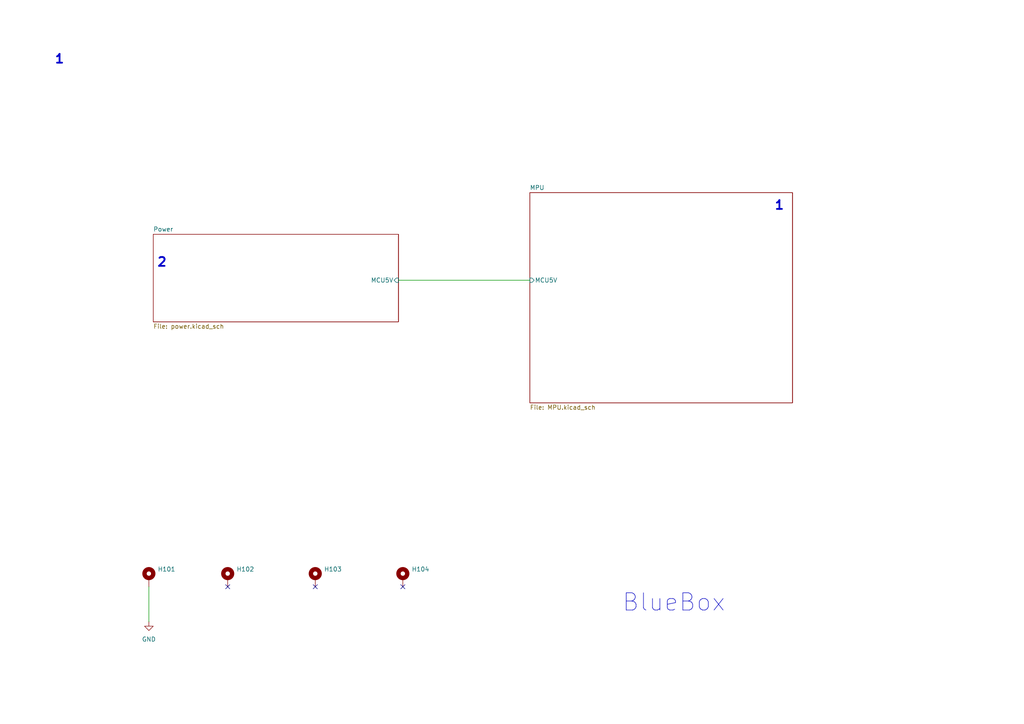
<source format=kicad_sch>
(kicad_sch (version 20250114) (generator "eeschema") (generator_version "9.0")
  (paper "A4")
  (title_block (title "BlueBox") (rev "1.0"))
  (lib_symbols
    (symbol "Mechanical:MountingHole_Pad" (pin_numbers (hide yes)) (pin_names (offset 1.016) (hide yes))
      (property "Reference" "H" (at 0 6.35 0))
      (property "Value" "MountingHole_Pad" (at 0 4.445 0))
      (symbol "MountingHole_Pad_0_1"
        (circle (center 0 1.27) (radius 1.27) (stroke (width 1.27)))
      )
      (symbol "MountingHole_Pad_1_1"
        (pin input line (at 0 -2.54 90) (length 2.54) (name "1") (number "1"))
      )
    )
    (symbol "power:GND" (power) (pin_numbers (hide yes)) (pin_names (offset 0) (hide yes))
      (property "Value" "GND" (at 0 -3.81 0))
      (symbol "GND_0_1"
        (polyline (pts (xy 0 0) (xy 0 -1.27) (xy 1.27 -1.27) (xy 0 -2.54) (xy -1.27 -1.27) (xy 0 -1.27)))
      )
      (symbol "GND_1_1"
        (pin power_in line (at 0 0 270) (length 0) (name "~") (number "1"))
      )
    )
  )
  (text "2" (at 46.99 76.2 0) (effects (font (size 2.56 2.56) (thickness 0.512) (bold yes))))
  (text "1" (at 17.272 17.272 0) (effects (font (size 2.56 2.56) (thickness 0.512) (bold yes))))
  (text "BlueBox" (at 180.34 177.8 0) (effects (font (size 5 5)) (justify left bottom)))
  (text "1" (at 226.06 59.69 0) (effects (font (size 2.56 2.56) (thickness 0.512) (bold yes))))
  (no_connect (at 116.84 170.18))
  (no_connect (at 91.44 170.18))
  (no_connect (at 66.04 170.18))
  (wire (pts (xy 43.18 170.18) (xy 43.18 180.34)))
  (wire (pts (xy 115.57 81.28) (xy 153.67 81.28)))
  (symbol (lib_id "Mechanical:MountingHole_Pad") (at 66.04 167.64 0) (unit 1)
    (property "Reference" "H102" (at 68.58 165.0999 0) (effects (justify left)))
    (property "Value" "MountingHole_Pad" (effects (hide yes)))
    (property "Footprint" "MountingHole:MountingHole_3.2mm_M3_DIN965_Pad" (effects (hide yes)))
  )
  (symbol (lib_id "Mechanical:MountingHole_Pad") (at 43.18 167.64 0) (unit 1)
    (property "Reference" "H101" (at 45.72 165.0999 0) (effects (justify left)))
    (property "Value" "MountingHole_Pad" (effects (hide yes)))
    (property "Footprint" "MountingHole:MountingHole_3.2mm_M3_DIN965_Pad" (effects (hide yes)))
  )
  (symbol (lib_id "power:GND") (at 43.18 180.34 0) (unit 1)
    (property "Reference" "#PWR0101" (effects (hide yes)))
    (property "Value" "GND" (at 43.18 185.42 0))
    (property "Description" "Power symbol creates a global label with name \"GND\" , ground" (effects (hide yes)))
  )
  (symbol (lib_id "Mechanical:MountingHole_Pad") (at 116.84 167.64 0) (unit 1)
    (property "Reference" "H104" (at 119.38 165.0999 0) (effects (justify left)))
    (property "Value" "MountingHole_Pad" (effects (hide yes)))
    (property "Footprint" "MountingHole:MountingHole_3.2mm_M3_DIN965_Pad" (effects (hide yes)))
  )
  (symbol (lib_id "Mechanical:MountingHole_Pad") (at 91.44 167.64 0) (unit 1)
    (property "Reference" "H103" (at 93.98 165.0999 0) (effects (justify left)))
    (property "Value" "MountingHole_Pad" (effects (hide yes)))
    (property "Footprint" "MountingHole:MountingHole_3.2mm_M3_DIN965_Pad" (effects (hide yes)))
  )
  (sheet (at 44.45 67.945) (size 71.12 25.4) (stroke (width 0.1524))
    (property "Sheetname" "Power" (at 44.45 67.2334 0) (effects (justify left bottom)))
    (property "Sheetfile" "power.kicad_sch" (at 44.45 93.9296 0) (effects (justify left top)))
    (pin "MCU5V" input (at 115.57 81.28 0))
  )
  (sheet (at 153.67 55.88) (size 76.2 60.96) (stroke (width 0.1524))
    (property "Sheetname" "MPU" (at 153.67 55.1684 0) (effects (justify left bottom)))
    (property "Sheetfile" "MPU.kicad_sch" (at 153.67 117.4246 0) (effects (justify left top)))
    (pin "MCU5V" input (at 153.67 81.28 180))
  )
)
</source>
